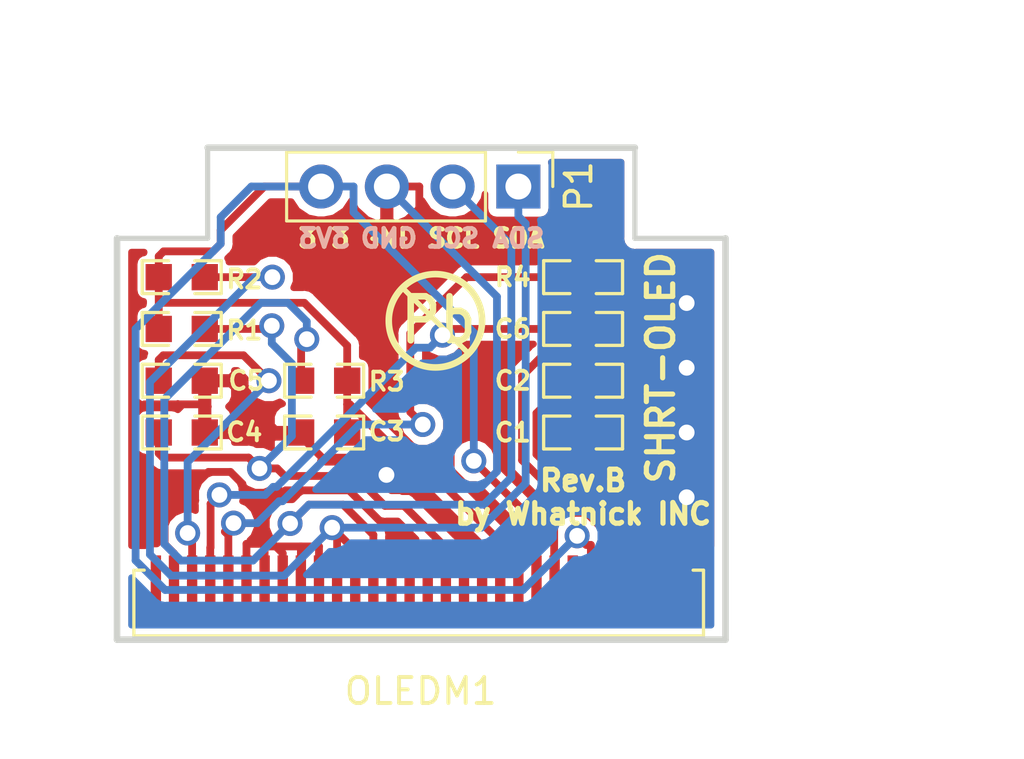
<source format=kicad_pcb>
(kicad_pcb (version 20171130) (host pcbnew "(2018-02-15 revision 29b28de31)-makepkg")

  (general
    (thickness 1.6)
    (drawings 20)
    (tracks 246)
    (zones 0)
    (modules 13)
    (nets 16)
  )

  (page A4)
  (layers
    (0 F.Cu signal)
    (31 B.Cu signal)
    (32 B.Adhes user)
    (33 F.Adhes user)
    (34 B.Paste user)
    (35 F.Paste user)
    (36 B.SilkS user)
    (37 F.SilkS user)
    (38 B.Mask user)
    (39 F.Mask user)
    (40 Dwgs.User user)
    (41 Cmts.User user)
    (42 Eco1.User user)
    (43 Eco2.User user)
    (44 Edge.Cuts user)
    (45 Margin user)
    (46 B.CrtYd user)
    (47 F.CrtYd user)
    (48 B.Fab user)
    (49 F.Fab user)
  )

  (setup
    (last_trace_width 0.3)
    (trace_clearance 0.254)
    (zone_clearance 0.3048)
    (zone_45_only no)
    (trace_min 0.254)
    (segment_width 0.2)
    (edge_width 0.1)
    (via_size 0.9652)
    (via_drill 0.6096)
    (via_min_size 0.889)
    (via_min_drill 0.508)
    (uvia_size 0.508)
    (uvia_drill 0.127)
    (uvias_allowed no)
    (uvia_min_size 0.508)
    (uvia_min_drill 0.127)
    (pcb_text_width 0.3)
    (pcb_text_size 1.5 1.5)
    (mod_edge_width 0.15)
    (mod_text_size 1 1)
    (mod_text_width 0.15)
    (pad_size 1 1)
    (pad_drill 0)
    (pad_to_mask_clearance 0.0508)
    (solder_mask_min_width 0.0508)
    (pad_to_paste_clearance -0.0508)
    (aux_axis_origin 0 0)
    (visible_elements 7FFFFFFF)
    (pcbplotparams
      (layerselection 0x010fc_ffffffff)
      (usegerberextensions true)
      (usegerberattributes false)
      (usegerberadvancedattributes false)
      (creategerberjobfile false)
      (excludeedgelayer false)
      (linewidth 0.100000)
      (plotframeref false)
      (viasonmask false)
      (mode 1)
      (useauxorigin false)
      (hpglpennumber 1)
      (hpglpenspeed 20)
      (hpglpendiameter 15)
      (psnegative false)
      (psa4output false)
      (plotreference true)
      (plotvalue false)
      (plotinvisibletext false)
      (padsonsilk false)
      (subtractmaskfromsilk false)
      (outputformat 1)
      (mirror false)
      (drillshape 0)
      (scaleselection 1)
      (outputdirectory gerbers))
  )

  (net 0 "")
  (net 1 "Net-(C1-Pad1)")
  (net 2 "Net-(C1-Pad2)")
  (net 3 "Net-(C2-Pad1)")
  (net 4 "Net-(C2-Pad2)")
  (net 5 GND)
  (net 6 "Net-(C5-Pad1)")
  (net 7 /SCL)
  (net 8 /SDA)
  (net 9 "Net-(OLEDM1-Pad26)")
  (net 10 "Net-(OLEDM1-Pad30)")
  (net 11 "Net-(OLEDM1-Pad1)")
  (net 12 /VDD)
  (net 13 "Net-(OLEDM1-Pad7)")
  (net 14 "Net-(C4-Pad2)")
  (net 15 "Net-(C6-Pad1)")

  (net_class Default "This is the default net class."
    (clearance 0.254)
    (trace_width 0.3)
    (via_dia 0.9652)
    (via_drill 0.6096)
    (uvia_dia 0.508)
    (uvia_drill 0.127)
    (diff_pair_gap 0.25)
    (diff_pair_width 0.254)
    (add_net /SCL)
    (add_net /SDA)
    (add_net /VDD)
    (add_net GND)
    (add_net "Net-(C1-Pad1)")
    (add_net "Net-(C1-Pad2)")
    (add_net "Net-(C2-Pad1)")
    (add_net "Net-(C2-Pad2)")
    (add_net "Net-(C4-Pad2)")
    (add_net "Net-(C5-Pad1)")
    (add_net "Net-(C6-Pad1)")
    (add_net "Net-(OLEDM1-Pad1)")
    (add_net "Net-(OLEDM1-Pad26)")
    (add_net "Net-(OLEDM1-Pad30)")
    (add_net "Net-(OLEDM1-Pad7)")
  )

  (module Socket_Strips:Socket_Strip_Straight_1x04_Pitch2.54mm (layer F.Cu) (tedit 58CD5446) (tstamp 5AE35670)
    (at 195 129 270)
    (descr "Through hole straight socket strip, 1x04, 2.54mm pitch, single row")
    (tags "Through hole socket strip THT 1x04 2.54mm single row")
    (path /550024DD)
    (fp_text reference P1 (at 0 -2.33 270) (layer F.SilkS)
      (effects (font (size 1 1) (thickness 0.15)))
    )
    (fp_text value n.a. (at 0 9.95 270) (layer F.Fab)
      (effects (font (size 1 1) (thickness 0.15)))
    )
    (fp_text user %R (at 0 -2.33 270) (layer F.Fab)
      (effects (font (size 1 1) (thickness 0.15)))
    )
    (fp_line (start 1.8 -1.8) (end -1.8 -1.8) (layer F.CrtYd) (width 0.05))
    (fp_line (start 1.8 9.4) (end 1.8 -1.8) (layer F.CrtYd) (width 0.05))
    (fp_line (start -1.8 9.4) (end 1.8 9.4) (layer F.CrtYd) (width 0.05))
    (fp_line (start -1.8 -1.8) (end -1.8 9.4) (layer F.CrtYd) (width 0.05))
    (fp_line (start -1.33 -1.33) (end 0 -1.33) (layer F.SilkS) (width 0.12))
    (fp_line (start -1.33 0) (end -1.33 -1.33) (layer F.SilkS) (width 0.12))
    (fp_line (start 1.33 1.27) (end -1.33 1.27) (layer F.SilkS) (width 0.12))
    (fp_line (start 1.33 8.95) (end 1.33 1.27) (layer F.SilkS) (width 0.12))
    (fp_line (start -1.33 8.95) (end 1.33 8.95) (layer F.SilkS) (width 0.12))
    (fp_line (start -1.33 1.27) (end -1.33 8.95) (layer F.SilkS) (width 0.12))
    (fp_line (start 1.27 -1.27) (end -1.27 -1.27) (layer F.Fab) (width 0.1))
    (fp_line (start 1.27 8.89) (end 1.27 -1.27) (layer F.Fab) (width 0.1))
    (fp_line (start -1.27 8.89) (end 1.27 8.89) (layer F.Fab) (width 0.1))
    (fp_line (start -1.27 -1.27) (end -1.27 8.89) (layer F.Fab) (width 0.1))
    (pad 4 thru_hole oval (at 0 7.62 270) (size 1.7 1.7) (drill 1) (layers *.Cu *.Mask)
      (net 12 /VDD))
    (pad 3 thru_hole oval (at 0 5.08 270) (size 1.7 1.7) (drill 1) (layers *.Cu *.Mask)
      (net 5 GND))
    (pad 2 thru_hole oval (at 0 2.54 270) (size 1.7 1.7) (drill 1) (layers *.Cu *.Mask)
      (net 7 /SCL))
    (pad 1 thru_hole rect (at 0 0 270) (size 1.7 1.7) (drill 1) (layers *.Cu *.Mask)
      (net 8 /SDA))
    (model ${KISYS3DMOD}/Connector_PinSocket_2.54mm.3dshapes/PinSocket_1x04_P2.54mm_Vertical.step
      (at (xyz 0 0 0))
      (scale (xyz 1 1 1))
      (rotate (xyz 0 0 0))
    )
  )

  (module olimex:C_0603 (layer F.Cu) (tedit 5AE2879A) (tstamp 5AE30530)
    (at 197.5 134.5)
    (descr "Resistor SMD 0603, reflow soldering, Vishay (see dcrcw.pdf)")
    (tags "resistor 0603")
    (path /5500030A)
    (attr smd)
    (fp_text reference C6 (at -2.71503 0) (layer F.SilkS)
      (effects (font (size 0.7 0.7) (thickness 0.15)))
    )
    (fp_text value 10uF (at 3.78497 0.127385) (layer F.Fab)
      (effects (font (size 1 1) (thickness 0.15)))
    )
    (fp_line (start 0.508 -0.635) (end 1.524 -0.635) (layer F.SilkS) (width 0.127))
    (fp_line (start 1.524 -0.635) (end 1.524 0.635) (layer F.SilkS) (width 0.127))
    (fp_line (start 1.524 0.635) (end 0.508 0.635) (layer F.SilkS) (width 0.127))
    (fp_line (start -1.524 -0.635) (end -1.524 0.635) (layer F.SilkS) (width 0.127))
    (fp_line (start -1.524 0.635) (end -0.508 0.635) (layer F.SilkS) (width 0.127))
    (fp_line (start -1.524 -0.635) (end -0.508 -0.635) (layer F.SilkS) (width 0.127))
    (pad 1 smd rect (at -0.889 0) (size 1.016 1.016) (layers F.Cu F.Paste F.Mask)
      (net 15 "Net-(C6-Pad1)"))
    (pad 2 smd rect (at 0.889 0) (size 1.016 1.016) (layers F.Cu F.Paste F.Mask)
      (net 5 GND))
    (model Resistors_SMD/R_0603.wrl
      (at (xyz 0 0 0))
      (scale (xyz 1 1 1))
      (rotate (xyz 0 0 0))
    )
  )

  (module olimex:C_0603 (layer F.Cu) (tedit 5AE28772) (tstamp 5AE30525)
    (at 182 136.5)
    (descr "Resistor SMD 0603, reflow soldering, Vishay (see dcrcw.pdf)")
    (tags "resistor 0603")
    (path /550002D7)
    (attr smd)
    (fp_text reference C5 (at 2.5 0) (layer F.SilkS)
      (effects (font (size 0.7 0.7) (thickness 0.15)))
    )
    (fp_text value 2.2uF (at -4.5 0) (layer F.Fab)
      (effects (font (size 1 1) (thickness 0.15)))
    )
    (fp_line (start -1.524 -0.635) (end -0.508 -0.635) (layer F.SilkS) (width 0.127))
    (fp_line (start -1.524 0.635) (end -0.508 0.635) (layer F.SilkS) (width 0.127))
    (fp_line (start -1.524 -0.635) (end -1.524 0.635) (layer F.SilkS) (width 0.127))
    (fp_line (start 1.524 0.635) (end 0.508 0.635) (layer F.SilkS) (width 0.127))
    (fp_line (start 1.524 -0.635) (end 1.524 0.635) (layer F.SilkS) (width 0.127))
    (fp_line (start 0.508 -0.635) (end 1.524 -0.635) (layer F.SilkS) (width 0.127))
    (pad 2 smd rect (at 0.889 0) (size 1.016 1.016) (layers F.Cu F.Paste F.Mask)
      (net 5 GND))
    (pad 1 smd rect (at -0.889 0) (size 1.016 1.016) (layers F.Cu F.Paste F.Mask)
      (net 6 "Net-(C5-Pad1)"))
    (model Resistors_SMD/R_0603.wrl
      (at (xyz 0 0 0))
      (scale (xyz 1 1 1))
      (rotate (xyz 0 0 0))
    )
  )

  (module olimex:C_0603 (layer F.Cu) (tedit 5AE2877F) (tstamp 5AE3051A)
    (at 182 138.5 180)
    (descr "Resistor SMD 0603, reflow soldering, Vishay (see dcrcw.pdf)")
    (tags "resistor 0603")
    (path /553734EE)
    (attr smd)
    (fp_text reference C4 (at -2.414968 0.014215 180) (layer F.SilkS)
      (effects (font (size 0.7 0.7) (thickness 0.15)))
    )
    (fp_text value 100nF (at 4.585032 0.1397 180) (layer F.Fab)
      (effects (font (size 1 1) (thickness 0.15)))
    )
    (fp_line (start 0.508 -0.635) (end 1.524 -0.635) (layer F.SilkS) (width 0.127))
    (fp_line (start 1.524 -0.635) (end 1.524 0.635) (layer F.SilkS) (width 0.127))
    (fp_line (start 1.524 0.635) (end 0.508 0.635) (layer F.SilkS) (width 0.127))
    (fp_line (start -1.524 -0.635) (end -1.524 0.635) (layer F.SilkS) (width 0.127))
    (fp_line (start -1.524 0.635) (end -0.508 0.635) (layer F.SilkS) (width 0.127))
    (fp_line (start -1.524 -0.635) (end -0.508 -0.635) (layer F.SilkS) (width 0.127))
    (pad 1 smd rect (at -0.889 0 180) (size 1.016 1.016) (layers F.Cu F.Paste F.Mask)
      (net 5 GND))
    (pad 2 smd rect (at 0.889 0 180) (size 1.016 1.016) (layers F.Cu F.Paste F.Mask)
      (net 14 "Net-(C4-Pad2)"))
    (model Resistors_SMD/R_0603.wrl
      (at (xyz 0 0 0))
      (scale (xyz 1 1 1))
      (rotate (xyz 0 0 0))
    )
  )

  (module olimex:C_0603 (layer F.Cu) (tedit 5AE28784) (tstamp 5AE3050F)
    (at 187.5 138.5 180)
    (descr "Resistor SMD 0603, reflow soldering, Vishay (see dcrcw.pdf)")
    (tags "resistor 0603")
    (path /54FFF96D)
    (attr smd)
    (fp_text reference C3 (at -2.414968 0.038215 180) (layer F.SilkS)
      (effects (font (size 0.7 0.7) (thickness 0.15)))
    )
    (fp_text value 1uF (at 4.085032 0.1397 180) (layer F.Fab)
      (effects (font (size 1 1) (thickness 0.15)))
    )
    (fp_line (start -1.524 -0.635) (end -0.508 -0.635) (layer F.SilkS) (width 0.127))
    (fp_line (start -1.524 0.635) (end -0.508 0.635) (layer F.SilkS) (width 0.127))
    (fp_line (start -1.524 -0.635) (end -1.524 0.635) (layer F.SilkS) (width 0.127))
    (fp_line (start 1.524 0.635) (end 0.508 0.635) (layer F.SilkS) (width 0.127))
    (fp_line (start 1.524 -0.635) (end 1.524 0.635) (layer F.SilkS) (width 0.127))
    (fp_line (start 0.508 -0.635) (end 1.524 -0.635) (layer F.SilkS) (width 0.127))
    (pad 2 smd rect (at 0.889 0 180) (size 1.016 1.016) (layers F.Cu F.Paste F.Mask)
      (net 5 GND))
    (pad 1 smd rect (at -0.889 0 180) (size 1.016 1.016) (layers F.Cu F.Paste F.Mask)
      (net 12 /VDD))
    (model Resistors_SMD/R_0603.wrl
      (at (xyz 0 0 0))
      (scale (xyz 1 1 1))
      (rotate (xyz 0 0 0))
    )
  )

  (module olimex:C_0603 (layer F.Cu) (tedit 5AE2879F) (tstamp 5AE30504)
    (at 197.5 136.5)
    (descr "Resistor SMD 0603, reflow soldering, Vishay (see dcrcw.pdf)")
    (tags "resistor 0603")
    (path /54FFF953)
    (attr smd)
    (fp_text reference C2 (at -2.715031 0) (layer F.SilkS)
      (effects (font (size 0.7 0.7) (thickness 0.15)))
    )
    (fp_text value 1uF (at 3.284969 -0.014215) (layer F.Fab)
      (effects (font (size 1 1) (thickness 0.15)))
    )
    (fp_line (start 0.508 -0.635) (end 1.524 -0.635) (layer F.SilkS) (width 0.127))
    (fp_line (start 1.524 -0.635) (end 1.524 0.635) (layer F.SilkS) (width 0.127))
    (fp_line (start 1.524 0.635) (end 0.508 0.635) (layer F.SilkS) (width 0.127))
    (fp_line (start -1.524 -0.635) (end -1.524 0.635) (layer F.SilkS) (width 0.127))
    (fp_line (start -1.524 0.635) (end -0.508 0.635) (layer F.SilkS) (width 0.127))
    (fp_line (start -1.524 -0.635) (end -0.508 -0.635) (layer F.SilkS) (width 0.127))
    (pad 1 smd rect (at -0.889 0) (size 1.016 1.016) (layers F.Cu F.Paste F.Mask)
      (net 3 "Net-(C2-Pad1)"))
    (pad 2 smd rect (at 0.889 0) (size 1.016 1.016) (layers F.Cu F.Paste F.Mask)
      (net 4 "Net-(C2-Pad2)"))
    (model Resistors_SMD/R_0603.wrl
      (at (xyz 0 0 0))
      (scale (xyz 1 1 1))
      (rotate (xyz 0 0 0))
    )
  )

  (module olimex:C_0603 (layer F.Cu) (tedit 5AE28808) (tstamp 5AE304F9)
    (at 197.5 138.5 180)
    (descr "Resistor SMD 0603, reflow soldering, Vishay (see dcrcw.pdf)")
    (tags "resistor 0603")
    (path /54FFF928)
    (attr smd)
    (fp_text reference C1 (at 2.715031 0 180) (layer F.SilkS)
      (effects (font (size 0.7 0.7) (thickness 0.15)))
    )
    (fp_text value 1uF (at -3.284969 -0.207785 180) (layer F.Fab)
      (effects (font (size 1 1) (thickness 0.15)))
    )
    (fp_line (start -1.524 -0.635) (end -0.508 -0.635) (layer F.SilkS) (width 0.127))
    (fp_line (start -1.524 0.635) (end -0.508 0.635) (layer F.SilkS) (width 0.127))
    (fp_line (start -1.524 -0.635) (end -1.524 0.635) (layer F.SilkS) (width 0.127))
    (fp_line (start 1.524 0.635) (end 0.508 0.635) (layer F.SilkS) (width 0.127))
    (fp_line (start 1.524 -0.635) (end 1.524 0.635) (layer F.SilkS) (width 0.127))
    (fp_line (start 0.508 -0.635) (end 1.524 -0.635) (layer F.SilkS) (width 0.127))
    (pad 2 smd rect (at 0.889 0 180) (size 1.016 1.016) (layers F.Cu F.Paste F.Mask)
      (net 2 "Net-(C1-Pad2)"))
    (pad 1 smd rect (at -0.889 0 180) (size 1.016 1.016) (layers F.Cu F.Paste F.Mask)
      (net 1 "Net-(C1-Pad1)"))
    (model Resistors_SMD/R_0603.wrl
      (at (xyz 0 0 0))
      (scale (xyz 1 1 1))
      (rotate (xyz 0 0 0))
    )
  )

  (module olimex:IROP055-SSD1306Z-PADS-ONLY (layer F.Cu) (tedit 5534BD13) (tstamp 5AE304D3)
    (at 191.15 143.816 180)
    (path /54FFF903)
    (fp_text reference OLEDM1 (at -0.0762 -4.6736 180) (layer F.SilkS)
      (effects (font (size 1 1) (thickness 0.15)))
    )
    (fp_text value IROP055 (at 0 -6.4516 180) (layer F.Fab)
      (effects (font (size 1 1) (thickness 0.15)))
    )
    (fp_line (start -11 0) (end -11 -2.54) (layer F.SilkS) (width 0.127))
    (fp_line (start 11 -2.54) (end 11 0) (layer F.SilkS) (width 0.127))
    (fp_line (start -11 0) (end -10.6 0) (layer F.SilkS) (width 0.127))
    (fp_line (start 10.9 0) (end 10.6 0) (layer F.SilkS) (width 0.127))
    (fp_line (start -10.922 -2.54) (end 10.922 -2.54) (layer F.SilkS) (width 0.127))
    (pad 15 smd rect (at -0.35 -0.7 180) (size 0.4 2.54) (layers F.Cu F.Paste F.Mask)
      (net 5 GND))
    (pad 14 smd rect (at -1.05 -0.7 180) (size 0.4 2.54) (layers F.Cu F.Paste F.Mask)
      (net 14 "Net-(C4-Pad2)"))
    (pad 13 smd rect (at -1.75 -0.7 180) (size 0.4 2.54) (layers F.Cu F.Paste F.Mask)
      (net 5 GND))
    (pad 12 smd rect (at -2.45 -0.7 180) (size 0.4 2.54) (layers F.Cu F.Paste F.Mask)
      (net 5 GND))
    (pad 11 smd rect (at -3.15 -0.7 180) (size 0.4 2.54) (layers F.Cu F.Paste F.Mask)
      (net 12 /VDD))
    (pad 10 smd rect (at -3.85 -0.7 180) (size 0.4 2.54) (layers F.Cu F.Paste F.Mask)
      (net 5 GND))
    (pad 9 smd rect (at -4.55 -0.7 180) (size 0.4 2.54) (layers F.Cu F.Paste F.Mask)
      (net 12 /VDD))
    (pad 8 smd rect (at -5.25 -0.7 180) (size 0.4 2.54) (layers F.Cu F.Paste F.Mask)
      (net 5 GND))
    (pad 7 smd rect (at -5.95 -0.7 180) (size 0.4 2.54) (layers F.Cu F.Paste F.Mask)
      (net 13 "Net-(OLEDM1-Pad7)"))
    (pad 6 smd rect (at -6.65 -0.7 180) (size 0.4 2.54) (layers F.Cu F.Paste F.Mask)
      (net 12 /VDD))
    (pad 5 smd rect (at -7.35 -0.7 180) (size 0.4 2.54) (layers F.Cu F.Paste F.Mask)
      (net 4 "Net-(C2-Pad2)"))
    (pad 4 smd rect (at -8.05 -0.7 180) (size 0.4 2.54) (layers F.Cu F.Paste F.Mask)
      (net 3 "Net-(C2-Pad1)"))
    (pad 3 smd rect (at -8.75 -0.7 180) (size 0.4 2.54) (layers F.Cu F.Paste F.Mask)
      (net 2 "Net-(C1-Pad2)"))
    (pad 2 smd rect (at -9.45 -0.7 180) (size 0.4 2.54) (layers F.Cu F.Paste F.Mask)
      (net 1 "Net-(C1-Pad1)"))
    (pad 1 smd rect (at -10.15 -0.7 180) (size 0.4 2.54) (layers F.Cu F.Paste F.Mask)
      (net 11 "Net-(OLEDM1-Pad1)"))
    (pad 30 smd rect (at 10.15 -0.7 180) (size 0.4 2.54) (layers F.Cu F.Paste F.Mask)
      (net 10 "Net-(OLEDM1-Pad30)"))
    (pad 29 smd rect (at 9.45 -0.7 180) (size 0.4 2.54) (layers F.Cu F.Paste F.Mask)
      (net 5 GND))
    (pad 28 smd rect (at 8.75 -0.7 180) (size 0.4 2.54) (layers F.Cu F.Paste F.Mask)
      (net 6 "Net-(C5-Pad1)"))
    (pad 27 smd rect (at 8.05 -0.7 180) (size 0.4 2.54) (layers F.Cu F.Paste F.Mask)
      (net 15 "Net-(C6-Pad1)"))
    (pad 26 smd rect (at 7.35 -0.7 180) (size 0.4 2.54) (layers F.Cu F.Paste F.Mask)
      (net 9 "Net-(OLEDM1-Pad26)"))
    (pad 25 smd rect (at 6.65 -0.7 180) (size 0.4 2.54) (layers F.Cu F.Paste F.Mask)
      (net 5 GND))
    (pad 24 smd rect (at 5.95 -0.7 180) (size 0.4 2.54) (layers F.Cu F.Paste F.Mask)
      (net 5 GND))
    (pad 23 smd rect (at 5.25 -0.7 180) (size 0.4 2.54) (layers F.Cu F.Paste F.Mask)
      (net 5 GND))
    (pad 22 smd rect (at 4.55 -0.7 180) (size 0.4 2.54) (layers F.Cu F.Paste F.Mask)
      (net 5 GND))
    (pad 21 smd rect (at 3.85 -0.7 180) (size 0.4 2.54) (layers F.Cu F.Paste F.Mask)
      (net 5 GND))
    (pad 20 smd rect (at 3.15 -0.7 180) (size 0.4 2.54) (layers F.Cu F.Paste F.Mask)
      (net 8 /SDA))
    (pad 19 smd rect (at 2.45 -0.7 180) (size 0.4 2.54) (layers F.Cu F.Paste F.Mask)
      (net 8 /SDA))
    (pad 18 smd rect (at 1.75 -0.7 180) (size 0.4 2.54) (layers F.Cu F.Paste F.Mask)
      (net 7 /SCL))
    (pad 17 smd rect (at 1.05 -0.7 180) (size 0.4 2.54) (layers F.Cu F.Paste F.Mask)
      (net 5 GND))
    (pad 16 smd rect (at 0.35 -0.7 180) (size 0.4 2.54) (layers F.Cu F.Paste F.Mask)
      (net 5 GND))
    (model ${KIPRJMOD}/Oled.3Dshapes/oled.step
      (offset (xyz 13.4 7.5 -3))
      (scale (xyz 1 1 1))
      (rotate (xyz 90 180 90))
    )
  )

  (module olimex:R_0603 (layer F.Cu) (tedit 5AE28795) (tstamp 5AE304C8)
    (at 197.5 132.5)
    (descr "Resistor SMD 0603, reflow soldering, Vishay (see dcrcw.pdf)")
    (tags "resistor 0603")
    (path /5500032C)
    (attr smd)
    (fp_text reference R4 (at -2.715032 0) (layer F.SilkS)
      (effects (font (size 0.7 0.7) (thickness 0.15)))
    )
    (fp_text value 330K (at 3.784968 0.0635) (layer F.Fab)
      (effects (font (size 1 1) (thickness 0.15)))
    )
    (fp_line (start 0.508 -0.635) (end 1.524 -0.635) (layer F.SilkS) (width 0.127))
    (fp_line (start 1.524 -0.635) (end 1.524 0.635) (layer F.SilkS) (width 0.127))
    (fp_line (start 1.524 0.635) (end 0.508 0.635) (layer F.SilkS) (width 0.127))
    (fp_line (start -1.524 -0.635) (end -1.524 0.635) (layer F.SilkS) (width 0.127))
    (fp_line (start -1.524 0.635) (end -0.508 0.635) (layer F.SilkS) (width 0.127))
    (fp_line (start -1.524 -0.635) (end -0.508 -0.635) (layer F.SilkS) (width 0.127))
    (pad 1 smd rect (at -0.889 0) (size 1.016 1.016) (layers F.Cu F.Paste F.Mask)
      (net 9 "Net-(OLEDM1-Pad26)"))
    (pad 2 smd rect (at 0.889 0) (size 1.016 1.016) (layers F.Cu F.Paste F.Mask)
      (net 5 GND))
    (model Resistors_SMD/R_0603.wrl
      (at (xyz 0 0 0))
      (scale (xyz 1 1 1))
      (rotate (xyz 0 0 0))
    )
  )

  (module olimex:R_0603 (layer F.Cu) (tedit 5AE28777) (tstamp 5AE304BD)
    (at 187.5 136.5 180)
    (descr "Resistor SMD 0603, reflow soldering, Vishay (see dcrcw.pdf)")
    (tags "resistor 0603")
    (path /5500037B)
    (attr smd)
    (fp_text reference R3 (at -2.414969 -0.033785 180) (layer F.SilkS)
      (effects (font (size 0.7 0.7) (thickness 0.15)))
    )
    (fp_text value 10K (at 3.585031 -0.033785 180) (layer F.Fab)
      (effects (font (size 1 1) (thickness 0.15)))
    )
    (fp_line (start -1.524 -0.635) (end -0.508 -0.635) (layer F.SilkS) (width 0.127))
    (fp_line (start -1.524 0.635) (end -0.508 0.635) (layer F.SilkS) (width 0.127))
    (fp_line (start -1.524 -0.635) (end -1.524 0.635) (layer F.SilkS) (width 0.127))
    (fp_line (start 1.524 0.635) (end 0.508 0.635) (layer F.SilkS) (width 0.127))
    (fp_line (start 1.524 -0.635) (end 1.524 0.635) (layer F.SilkS) (width 0.127))
    (fp_line (start 0.508 -0.635) (end 1.524 -0.635) (layer F.SilkS) (width 0.127))
    (pad 2 smd rect (at 0.889 0 180) (size 1.016 1.016) (layers F.Cu F.Paste F.Mask)
      (net 7 /SCL))
    (pad 1 smd rect (at -0.889 0 180) (size 1.016 1.016) (layers F.Cu F.Paste F.Mask)
      (net 12 /VDD))
    (model Resistors_SMD/R_0603.wrl
      (at (xyz 0 0 0))
      (scale (xyz 1 1 1))
      (rotate (xyz 0 0 0))
    )
  )

  (module olimex:R_0603 (layer F.Cu) (tedit 5AE2878B) (tstamp 5AE304B2)
    (at 182 132.5)
    (descr "Resistor SMD 0603, reflow soldering, Vishay (see dcrcw.pdf)")
    (tags "resistor 0603")
    (path /55000351)
    (attr smd)
    (fp_text reference R2 (at 2.414969 0.081785) (layer F.SilkS)
      (effects (font (size 0.7 0.7) (thickness 0.15)))
    )
    (fp_text value 10K (at -3.585031 0.0635) (layer F.Fab)
      (effects (font (size 1 1) (thickness 0.15)))
    )
    (fp_line (start 0.508 -0.635) (end 1.524 -0.635) (layer F.SilkS) (width 0.127))
    (fp_line (start 1.524 -0.635) (end 1.524 0.635) (layer F.SilkS) (width 0.127))
    (fp_line (start 1.524 0.635) (end 0.508 0.635) (layer F.SilkS) (width 0.127))
    (fp_line (start -1.524 -0.635) (end -1.524 0.635) (layer F.SilkS) (width 0.127))
    (fp_line (start -1.524 0.635) (end -0.508 0.635) (layer F.SilkS) (width 0.127))
    (fp_line (start -1.524 -0.635) (end -0.508 -0.635) (layer F.SilkS) (width 0.127))
    (pad 1 smd rect (at -0.889 0) (size 1.016 1.016) (layers F.Cu F.Paste F.Mask)
      (net 12 /VDD))
    (pad 2 smd rect (at 0.889 0) (size 1.016 1.016) (layers F.Cu F.Paste F.Mask)
      (net 8 /SDA))
    (model Resistors_SMD/R_0603.wrl
      (at (xyz 0 0 0))
      (scale (xyz 1 1 1))
      (rotate (xyz 0 0 0))
    )
  )

  (module olimex:R_0603 (layer F.Cu) (tedit 5AE28790) (tstamp 5AE304A7)
    (at 182 134.5)
    (descr "Resistor SMD 0603, reflow soldering, Vishay (see dcrcw.pdf)")
    (tags "resistor 0603")
    (path /553735FD)
    (attr smd)
    (fp_text reference R1 (at 2.414968 0.057785) (layer F.SilkS)
      (effects (font (size 0.7 0.7) (thickness 0.15)))
    )
    (fp_text value 10K (at -3.585032 0.0635) (layer F.Fab)
      (effects (font (size 1 1) (thickness 0.15)))
    )
    (fp_line (start -1.524 -0.635) (end -0.508 -0.635) (layer F.SilkS) (width 0.127))
    (fp_line (start -1.524 0.635) (end -0.508 0.635) (layer F.SilkS) (width 0.127))
    (fp_line (start -1.524 -0.635) (end -1.524 0.635) (layer F.SilkS) (width 0.127))
    (fp_line (start 1.524 0.635) (end 0.508 0.635) (layer F.SilkS) (width 0.127))
    (fp_line (start 1.524 -0.635) (end 1.524 0.635) (layer F.SilkS) (width 0.127))
    (fp_line (start 0.508 -0.635) (end 1.524 -0.635) (layer F.SilkS) (width 0.127))
    (pad 2 smd rect (at 0.889 0) (size 1.016 1.016) (layers F.Cu F.Paste F.Mask)
      (net 14 "Net-(C4-Pad2)"))
    (pad 1 smd rect (at -0.889 0) (size 1.016 1.016) (layers F.Cu F.Paste F.Mask)
      (net 12 /VDD))
    (model Resistors_SMD/R_0603.wrl
      (at (xyz 0 0 0))
      (scale (xyz 1 1 1))
      (rotate (xyz 0 0 0))
    )
  )

  (module OLIMEX_LOGOs-FP:LOGO_PBFREE locked (layer F.Cu) (tedit 5BC6949E) (tstamp 5AE35239)
    (at 192 134.5)
    (fp_text reference REF** (at 0.5 -7) (layer F.Fab)
      (effects (font (size 1 1) (thickness 0.15)))
    )
    (fp_text value LOGO_PBFREE (at 0.05588 3.15214) (layer F.Fab)
      (effects (font (size 1 1) (thickness 0.15)))
    )
    (fp_text user Pb (at -0.08636 -0.33528) (layer F.SilkS)
      (effects (font (size 1.7 1.5) (thickness 0.254)))
    )
    (fp_line (start -1.36398 -1.47828) (end 1.06934 0.94234) (layer F.SilkS) (width 0.2))
    (fp_circle (center -0.2032 -0.31496) (end 0.90678 -1.73482) (layer F.SilkS) (width 0.254))
  )

  (gr_text SDA (at 195 131) (layer B.SilkS) (tstamp 5BC69480)
    (effects (font (size 0.7 0.7) (thickness 0.175)) (justify mirror))
  )
  (gr_text SCL (at 192.5 131) (layer B.SilkS) (tstamp 5BC69479)
    (effects (font (size 0.7 0.7) (thickness 0.175)) (justify mirror))
  )
  (gr_text GND (at 190 131) (layer B.SilkS) (tstamp 5BC69474)
    (effects (font (size 0.7 0.7) (thickness 0.175)) (justify mirror))
  )
  (gr_text 3V3 (at 187.5 131) (layer B.SilkS) (tstamp 5BC6945B)
    (effects (font (size 0.7 0.7) (thickness 0.175)) (justify mirror))
  )
  (gr_text SDA (at 195 131) (layer F.SilkS) (tstamp 5BC69431)
    (effects (font (size 0.7 0.7) (thickness 0.175)))
  )
  (gr_text SCL (at 192.5 131) (layer F.SilkS) (tstamp 5BC6942E)
    (effects (font (size 0.7 0.7) (thickness 0.175)))
  )
  (gr_text GND (at 190 131) (layer F.SilkS) (tstamp 5BC6941F)
    (effects (font (size 0.7 0.7) (thickness 0.175)))
  )
  (gr_text 3V3 (at 187.5 131) (layer F.SilkS)
    (effects (font (size 0.7 0.7) (thickness 0.175)))
  )
  (gr_line (start 199.5 131) (end 203 131) (layer Edge.Cuts) (width 0.2))
  (gr_line (start 199.5 127.5) (end 199.5 131) (layer Edge.Cuts) (width 0.2))
  (gr_line (start 183 131) (end 183 127.5) (layer Edge.Cuts) (width 0.2))
  (gr_line (start 179.5 131) (end 183 131) (layer Edge.Cuts) (width 0.2))
  (dimension 19 (width 0.3) (layer Dwgs.User)
    (gr_text "19.000 mm" (at 211.85 137 270) (layer Dwgs.User)
      (effects (font (size 1.5 1.5) (thickness 0.3)))
    )
    (feature1 (pts (xy 203 146.5) (xy 213.2 146.5)))
    (feature2 (pts (xy 203 127.5) (xy 213.2 127.5)))
    (crossbar (pts (xy 210.5 127.5) (xy 210.5 146.5)))
    (arrow1a (pts (xy 210.5 146.5) (xy 209.913579 145.373496)))
    (arrow1b (pts (xy 210.5 146.5) (xy 211.086421 145.373496)))
    (arrow2a (pts (xy 210.5 127.5) (xy 209.913579 128.626504)))
    (arrow2b (pts (xy 210.5 127.5) (xy 211.086421 128.626504)))
  )
  (dimension 23.5 (width 0.3) (layer Dwgs.User)
    (gr_text "23.500 mm" (at 191.25 123.65) (layer Dwgs.User)
      (effects (font (size 1.5 1.5) (thickness 0.3)))
    )
    (feature1 (pts (xy 203 127.5) (xy 203 122.3)))
    (feature2 (pts (xy 179.5 127.5) (xy 179.5 122.3)))
    (crossbar (pts (xy 179.5 125) (xy 203 125)))
    (arrow1a (pts (xy 203 125) (xy 201.873496 125.586421)))
    (arrow1b (pts (xy 203 125) (xy 201.873496 124.413579)))
    (arrow2a (pts (xy 179.5 125) (xy 180.626504 125.586421)))
    (arrow2b (pts (xy 179.5 125) (xy 180.626504 124.413579)))
  )
  (gr_text "Rev.B\nby Whatnick INC" (at 197.5 141) (layer F.SilkS)
    (effects (font (size 0.8 0.8) (thickness 0.2)))
  )
  (gr_text SHRT-OLED (at 200.5 136 90) (layer F.SilkS)
    (effects (font (size 1.016 1.016) (thickness 0.2)))
  )
  (gr_line (start 179.5 131) (end 179.5 146.5) (angle 90) (layer Edge.Cuts) (width 0.254) (tstamp 55002B41))
  (gr_line (start 203 131) (end 203 146.5) (angle 90) (layer Edge.Cuts) (width 0.254) (tstamp 55002B42))
  (gr_line (start 183 127.5) (end 199.5 127.5) (angle 90) (layer Edge.Cuts) (width 0.254) (tstamp 55002B43))
  (gr_line (start 179.5 146.5) (end 203 146.5) (angle 90) (layer Edge.Cuts) (width 0.254) (tstamp 55002B44))

  (segment (start 193.6 142.8) (end 193.6 144.516) (width 0.3) (layer F.Cu) (net 5) (status 20))
  (segment (start 192.9 142.8) (end 192.9 142.513609) (width 0.3) (layer F.Cu) (net 5))
  (segment (start 192.9 144.516) (end 192.9 142.8) (width 0.3) (layer F.Cu) (net 5) (status 10))
  (segment (start 192.9 142.8) (end 193.6 142.8) (width 0.3) (layer F.Cu) (net 5))
  (segment (start 192.9 142.513609) (end 191.149393 140.763002) (width 0.3) (layer F.Cu) (net 5))
  (segment (start 191.149393 140.763002) (end 190.53084 140.763002) (width 0.3) (layer F.Cu) (net 5))
  (segment (start 190.53084 140.763002) (end 189.905556 140.137718) (width 0.3) (layer F.Cu) (net 5))
  (segment (start 191.5 143.2) (end 191.246 142.946) (width 0.3) (layer F.Cu) (net 5))
  (segment (start 191.246 142.946) (end 190.3 142.946) (width 0.3) (layer F.Cu) (net 5))
  (segment (start 191.5 144.516) (end 191.5 143.2) (width 0.3) (layer F.Cu) (net 5) (status 10))
  (segment (start 190.1 144.516) (end 190.1 143.146) (width 0.3) (layer F.Cu) (net 5) (status 10))
  (segment (start 190.1 143.146) (end 190.3 142.946) (width 0.3) (layer F.Cu) (net 5))
  (segment (start 186.6 142.9) (end 185.634345 142.9) (width 0.3) (layer F.Cu) (net 5))
  (segment (start 187.3 142.9) (end 187.3 144.516) (width 0.3) (layer F.Cu) (net 5) (status 20))
  (segment (start 189.92 129) (end 194.1736 133.2536) (width 0.3) (layer B.Cu) (net 5) (status 10))
  (segment (start 194.1736 133.2536) (end 194.1736 140.0029) (width 0.3) (layer B.Cu) (net 5))
  (segment (start 193.556183 140.620317) (end 190.388155 140.620317) (width 0.3) (layer B.Cu) (net 5))
  (segment (start 194.1736 140.0029) (end 193.556183 140.620317) (width 0.3) (layer B.Cu) (net 5))
  (segment (start 186.611 138.6625) (end 187.57366 139.62516) (width 0.3) (layer F.Cu) (net 5) (status 10))
  (segment (start 189.392998 139.62516) (end 189.905556 140.137718) (width 0.3) (layer F.Cu) (net 5))
  (segment (start 191.677598 139.386602) (end 191.250101 139.386602) (width 0.3) (layer F.Cu) (net 5))
  (segment (start 190.113398 132.647502) (end 191.1743 131.5866) (width 0.3) (layer F.Cu) (net 5))
  (segment (start 191.250101 139.386602) (end 190.113398 138.249899) (width 0.3) (layer F.Cu) (net 5))
  (via (at 189.905556 140.137718) (size 0.9652) (drill 0.6096) (layers F.Cu B.Cu) (net 5))
  (segment (start 192.3859 138.6783) (end 191.677598 139.386602) (width 0.3) (layer F.Cu) (net 5))
  (segment (start 190.388155 140.620317) (end 189.905556 140.137718) (width 0.3) (layer B.Cu) (net 5))
  (segment (start 186.014118 140.733182) (end 185.2 141.5473) (width 0.3) (layer F.Cu) (net 5))
  (segment (start 188.463675 140.733182) (end 186.014118 140.733182) (width 0.3) (layer F.Cu) (net 5))
  (segment (start 190.3 142.569507) (end 188.463675 140.733182) (width 0.3) (layer F.Cu) (net 5))
  (segment (start 190.3 142.946) (end 190.3 142.569507) (width 0.3) (layer F.Cu) (net 5))
  (segment (start 190.8 143.446) (end 190.3 142.946) (width 0.3) (layer F.Cu) (net 5) (status 10))
  (segment (start 190.8 144.516) (end 190.8 143.446) (width 0.3) (layer F.Cu) (net 5) (status 30))
  (segment (start 187.57366 139.62516) (end 189.392998 139.62516) (width 0.3) (layer F.Cu) (net 5))
  (segment (start 190.113398 138.249899) (end 190.113398 132.647502) (width 0.3) (layer F.Cu) (net 5))
  (segment (start 186.6 142.9) (end 187.3 142.9) (width 0.3) (layer F.Cu) (net 5))
  (segment (start 186.6 144.516) (end 186.6 142.9) (width 0.3) (layer F.Cu) (net 5) (status 10))
  (segment (start 185.634345 142.9) (end 185.9 143.165655) (width 0.3) (layer F.Cu) (net 5))
  (segment (start 185.9 143.165655) (end 185.9 144.516) (width 0.3) (layer F.Cu) (net 5) (status 20))
  (segment (start 185.254 142.8) (end 185.354 142.9) (width 0.3) (layer F.Cu) (net 5))
  (segment (start 185.2 142.8) (end 185.254 142.8) (width 0.3) (layer F.Cu) (net 5))
  (segment (start 185.354 142.9) (end 185.634345 142.9) (width 0.3) (layer F.Cu) (net 5))
  (segment (start 185.2 142.8) (end 185.2 141.5473) (width 0.3) (layer F.Cu) (net 5))
  (segment (start 185.2 144.516) (end 185.2 142.8) (width 0.3) (layer F.Cu) (net 5) (status 10))
  (segment (start 184.5 142.8) (end 185.2 142.8) (width 0.3) (layer F.Cu) (net 5))
  (segment (start 184.5 144.516) (end 184.5 142.8) (width 0.3) (layer F.Cu) (net 5) (status 10))
  (segment (start 201.5 138.5) (end 201.5 141) (width 0.3) (layer F.Cu) (net 5))
  (segment (start 201.5 136) (end 201.5 138.5) (width 0.3) (layer F.Cu) (net 5))
  (segment (start 201.5 133.5) (end 201.5 136) (width 0.3) (layer F.Cu) (net 5))
  (segment (start 198.389 132.5) (end 200.5 132.5) (width 0.3) (layer F.Cu) (net 5) (status 10))
  (segment (start 200.5 132.5) (end 201.5 133.5) (width 0.3) (layer F.Cu) (net 5))
  (via (at 201.5 141) (size 0.9652) (drill 0.6096) (layers F.Cu B.Cu) (net 5))
  (via (at 201.5 138.5) (size 0.9652) (drill 0.6096) (layers F.Cu B.Cu) (net 5))
  (via (at 201.5 136) (size 0.9652) (drill 0.6096) (layers F.Cu B.Cu) (net 5))
  (via (at 201.5 133.5) (size 0.9652) (drill 0.6096) (layers F.Cu B.Cu) (net 5))
  (segment (start 200.6 141.6233) (end 198.389 139.4123) (width 0.3) (layer F.Cu) (net 1))
  (segment (start 200.6 144.516) (end 200.6 141.6233) (width 0.3) (layer F.Cu) (net 1) (status 10))
  (segment (start 198.389 138.5) (end 198.389 139.4123) (width 0.3) (layer F.Cu) (net 1) (status 10))
  (segment (start 196.611 138.5) (end 196.611 139.4123) (width 0.3) (layer F.Cu) (net 2) (status 10))
  (segment (start 197.0142 139.4123) (end 196.611 139.4123) (width 0.3) (layer F.Cu) (net 2))
  (segment (start 199.9 142.2981) (end 197.0142 139.4123) (width 0.3) (layer F.Cu) (net 2))
  (segment (start 199.9 144.516) (end 199.9 142.2981) (width 0.3) (layer F.Cu) (net 2) (status 10))
  (segment (start 199.2 144.516) (end 199.2 142.3819) (width 0.3) (layer F.Cu) (net 3) (status 10))
  (segment (start 196.611 136.5) (end 196.611 137.4123) (width 0.3) (layer F.Cu) (net 3) (status 10))
  (segment (start 196.0408 137.4123) (end 196.611 137.4123) (width 0.3) (layer F.Cu) (net 3))
  (segment (start 195.6987 137.7544) (end 196.0408 137.4123) (width 0.3) (layer F.Cu) (net 3))
  (segment (start 195.6987 139.3404) (end 195.6987 137.7544) (width 0.3) (layer F.Cu) (net 3))
  (segment (start 197.407 141.0487) (end 195.6987 139.3404) (width 0.3) (layer F.Cu) (net 3))
  (segment (start 197.8668 141.0487) (end 197.407 141.0487) (width 0.3) (layer F.Cu) (net 3))
  (segment (start 199.2 142.3819) (end 197.8668 141.0487) (width 0.3) (layer F.Cu) (net 3))
  (segment (start 197.4766 135.5876) (end 198.389 136.5) (width 0.3) (layer F.Cu) (net 4) (status 20))
  (segment (start 195.8772 135.5876) (end 197.4766 135.5876) (width 0.3) (layer F.Cu) (net 4))
  (segment (start 195.1424 136.3224) (end 195.8772 135.5876) (width 0.3) (layer F.Cu) (net 4))
  (segment (start 195.1424 139.5682) (end 195.1424 136.3224) (width 0.3) (layer F.Cu) (net 4))
  (segment (start 197.1772 141.603) (end 195.1424 139.5682) (width 0.3) (layer F.Cu) (net 4))
  (segment (start 197.6373 141.603) (end 197.1772 141.603) (width 0.3) (layer F.Cu) (net 4))
  (segment (start 198.5 142.4657) (end 197.6373 141.603) (width 0.3) (layer F.Cu) (net 4))
  (segment (start 198.5 144.516) (end 198.5 142.4657) (width 0.3) (layer F.Cu) (net 4) (status 10))
  (segment (start 183.880321 140.022902) (end 183.029183 140.022902) (width 0.3) (layer F.Cu) (net 5))
  (segment (start 185.2 141.5473) (end 184.341353 140.688653) (width 0.3) (layer F.Cu) (net 5))
  (segment (start 184.341353 140.688653) (end 184.341353 140.483934) (width 0.3) (layer F.Cu) (net 5))
  (segment (start 184.341353 140.483934) (end 183.880321 140.022902) (width 0.3) (layer F.Cu) (net 5))
  (segment (start 181.340187 141.932113) (end 181.340187 142.807883) (width 0.3) (layer F.Cu) (net 5))
  (segment (start 183.029183 140.022902) (end 181.8458 141.206285) (width 0.3) (layer F.Cu) (net 5))
  (segment (start 181.8458 141.206285) (end 181.8458 141.4265) (width 0.3) (layer F.Cu) (net 5))
  (segment (start 181.340187 142.807883) (end 181.7 143.167696) (width 0.3) (layer F.Cu) (net 5))
  (segment (start 181.8458 141.4265) (end 181.340187 141.932113) (width 0.3) (layer F.Cu) (net 5))
  (segment (start 181.7 143.167696) (end 181.7 144.516) (width 0.3) (layer F.Cu) (net 5) (status 20))
  (segment (start 186.611 138.5) (end 186.611 138.6625) (width 0.3) (layer F.Cu) (net 5) (status 30))
  (segment (start 183.9638 138.6625) (end 183.8013 138.5) (width 0.3) (layer F.Cu) (net 5))
  (segment (start 186.611 138.6625) (end 183.9638 138.6625) (width 0.3) (layer F.Cu) (net 5) (status 10))
  (segment (start 198.389 134.5) (end 198.389 132.5) (width 0.3) (layer F.Cu) (net 5) (status 30))
  (segment (start 189.92 129) (end 191.1743 129) (width 0.3) (layer F.Cu) (net 5) (status 10))
  (segment (start 182.889 136.5) (end 182.889 137.4123) (width 0.3) (layer F.Cu) (net 5) (status 10))
  (segment (start 182.889 138.5) (end 182.889 137.4123) (width 0.3) (layer F.Cu) (net 5) (status 10))
  (segment (start 182.889 138.5) (end 183.8013 138.5) (width 0.3) (layer F.Cu) (net 5) (status 10))
  (segment (start 180.5673 137.4123) (end 182.889 137.4123) (width 0.3) (layer F.Cu) (net 5))
  (segment (start 180.1986 137.781) (end 180.5673 137.4123) (width 0.3) (layer F.Cu) (net 5))
  (segment (start 180.1986 139.7793) (end 180.1986 137.781) (width 0.3) (layer F.Cu) (net 5))
  (segment (start 181.8458 141.4265) (end 180.1986 139.7793) (width 0.3) (layer F.Cu) (net 5))
  (segment (start 195 144.516) (end 195 142.5715) (width 0.3) (layer F.Cu) (net 5) (status 10))
  (segment (start 197.4756 131.5866) (end 198.389 132.5) (width 0.3) (layer F.Cu) (net 5) (status 20))
  (segment (start 191.1743 131.5866) (end 197.4756 131.5866) (width 0.3) (layer F.Cu) (net 5))
  (segment (start 191.1743 129) (end 191.1743 131.5866) (width 0.3) (layer F.Cu) (net 5))
  (segment (start 192.3859 139.9574) (end 192.3859 138.6783) (width 0.3) (layer F.Cu) (net 5))
  (segment (start 195 142.5715) (end 192.3859 139.9574) (width 0.3) (layer F.Cu) (net 5))
  (segment (start 196.3831 144.4991) (end 196.4 144.516) (width 0.3) (layer F.Cu) (net 5) (status 30))
  (segment (start 196.3831 141.7577) (end 196.3831 144.4991) (width 0.3) (layer F.Cu) (net 5) (status 20))
  (segment (start 194.3125 139.6871) (end 196.3831 141.7577) (width 0.3) (layer F.Cu) (net 5))
  (segment (start 194.3125 139.3128) (end 194.3125 139.6871) (width 0.3) (layer F.Cu) (net 5))
  (segment (start 193.678 138.6783) (end 194.3125 139.3128) (width 0.3) (layer F.Cu) (net 5))
  (segment (start 192.3859 138.6783) (end 193.678 138.6783) (width 0.3) (layer F.Cu) (net 5))
  (segment (start 182.226789 139.639591) (end 185.36638 136.5) (width 0.3) (layer B.Cu) (net 6))
  (segment (start 181.285599 135.517401) (end 184.383781 135.517401) (width 0.3) (layer F.Cu) (net 6))
  (segment (start 184.383781 135.517401) (end 185.36638 136.5) (width 0.3) (layer F.Cu) (net 6))
  (via (at 185.36638 136.5) (size 0.9652) (drill 0.6096) (layers F.Cu B.Cu) (net 6))
  (segment (start 181.111 136.5) (end 181.111 135.692) (width 0.3) (layer F.Cu) (net 6) (status 10))
  (segment (start 182.226789 142.382313) (end 182.226789 139.639591) (width 0.3) (layer B.Cu) (net 6))
  (segment (start 181.111 135.692) (end 181.285599 135.517401) (width 0.3) (layer F.Cu) (net 6))
  (segment (start 182.4 144.516) (end 182.4 142.555524) (width 0.3) (layer F.Cu) (net 6) (status 10))
  (segment (start 182.4 142.555524) (end 182.226789 142.382313) (width 0.3) (layer F.Cu) (net 6))
  (via (at 182.226789 142.382313) (size 0.9652) (drill 0.6096) (layers F.Cu B.Cu) (net 6))
  (segment (start 188.234197 141.287193) (end 186.910079 141.287193) (width 0.3) (layer F.Cu) (net 7))
  (segment (start 184.752768 143.444504) (end 186.183882 142.01339) (width 0.3) (layer B.Cu) (net 7))
  (segment (start 186.910079 141.287193) (end 186.183882 142.01339) (width 0.3) (layer F.Cu) (net 7))
  (segment (start 186.828047 134.895632) (end 186.828047 134.213133) (width 0.3) (layer B.Cu) (net 7))
  (segment (start 186.91008 141.287192) (end 186.183882 142.01339) (width 0.3) (layer B.Cu) (net 7))
  (segment (start 181.3261 137.217201) (end 181.3261 142.802247) (width 0.3) (layer B.Cu) (net 7))
  (segment (start 192.46 129) (end 194.7279 131.2679) (width 0.3) (layer B.Cu) (net 7) (status 10))
  (segment (start 186.828047 134.213133) (end 186.106432 133.491518) (width 0.3) (layer B.Cu) (net 7))
  (segment (start 186.106432 133.491518) (end 185.051783 133.491518) (width 0.3) (layer B.Cu) (net 7))
  (segment (start 194.7279 140.2324) (end 193.673108 141.287192) (width 0.3) (layer B.Cu) (net 7))
  (segment (start 181.968357 143.444504) (end 184.752768 143.444504) (width 0.3) (layer B.Cu) (net 7))
  (segment (start 181.3261 142.802247) (end 181.968357 143.444504) (width 0.3) (layer B.Cu) (net 7))
  (segment (start 193.673108 141.287192) (end 186.91008 141.287192) (width 0.3) (layer B.Cu) (net 7))
  (segment (start 194.7279 131.2679) (end 194.7279 140.2324) (width 0.3) (layer B.Cu) (net 7))
  (segment (start 189.4 142.452996) (end 188.234197 141.287193) (width 0.3) (layer F.Cu) (net 7))
  (segment (start 189.4 144.516) (end 189.4 142.452996) (width 0.3) (layer F.Cu) (net 7) (status 10))
  (via (at 186.183882 142.01339) (size 0.9652) (drill 0.6096) (layers F.Cu B.Cu) (net 7))
  (segment (start 185.051783 133.491518) (end 181.3261 137.217201) (width 0.3) (layer B.Cu) (net 7))
  (segment (start 186.611 135.112679) (end 186.828047 134.895632) (width 0.3) (layer F.Cu) (net 7))
  (segment (start 186.611 136.5) (end 186.611 135.112679) (width 0.3) (layer F.Cu) (net 7) (status 10))
  (via (at 186.828047 134.895632) (size 0.9652) (drill 0.6096) (layers F.Cu B.Cu) (net 7))
  (segment (start 188.7 144.516) (end 188.7 143.065166) (width 0.3) (layer F.Cu) (net 8) (status 10))
  (segment (start 188.7 143.065166) (end 187.808628 142.173794) (width 0.3) (layer F.Cu) (net 8))
  (segment (start 188 144.516) (end 188 142.365166) (width 0.3) (layer F.Cu) (net 8) (status 10))
  (segment (start 188 142.365166) (end 187.808628 142.173794) (width 0.3) (layer F.Cu) (net 8))
  (via (at 187.808628 142.173794) (size 0.9652) (drill 0.6096) (layers F.Cu B.Cu) (net 8))
  (segment (start 193.570306 142.173794) (end 187.808628 142.173794) (width 0.3) (layer B.Cu) (net 8))
  (segment (start 195.2822 140.4619) (end 193.570306 142.173794) (width 0.3) (layer B.Cu) (net 8))
  (segment (start 195.2822 130.4322) (end 195.2822 140.4619) (width 0.3) (layer B.Cu) (net 8))
  (segment (start 195 130.15) (end 195.2822 130.4322) (width 0.3) (layer B.Cu) (net 8))
  (segment (start 195 129) (end 195 130.15) (width 0.3) (layer B.Cu) (net 8) (status 10))
  (segment (start 185.955857 144.026565) (end 187.808628 142.173794) (width 0.3) (layer B.Cu) (net 8))
  (segment (start 181.586369 144.026565) (end 185.955857 144.026565) (width 0.3) (layer B.Cu) (net 8))
  (segment (start 180.7718 143.211996) (end 181.586369 144.026565) (width 0.3) (layer B.Cu) (net 8))
  (segment (start 180.7718 136.545695) (end 180.7718 143.211996) (width 0.3) (layer B.Cu) (net 8))
  (segment (start 185.499994 132.5) (end 184.817495 132.5) (width 0.3) (layer B.Cu) (net 8))
  (segment (start 184.817495 132.5) (end 180.7718 136.545695) (width 0.3) (layer B.Cu) (net 8))
  (via (at 185.499994 132.5) (size 0.9652) (drill 0.6096) (layers F.Cu B.Cu) (net 8))
  (segment (start 182.889 132.5) (end 185.499994 132.5) (width 0.3) (layer F.Cu) (net 8) (status 10))
  (segment (start 185.8944 141.152888) (end 188.85597 138.191318) (width 0.3) (layer B.Cu) (net 9))
  (segment (start 188.85597 138.191318) (end 191.308674 138.191318) (width 0.3) (layer B.Cu) (net 9))
  (segment (start 185.760885 141.152888) (end 185.8944 141.152888) (width 0.3) (layer B.Cu) (net 9))
  (segment (start 184 142) (end 184.913773 142) (width 0.3) (layer B.Cu) (net 9))
  (segment (start 184.913773 142) (end 185.760885 141.152888) (width 0.3) (layer B.Cu) (net 9))
  (segment (start 196.611 132.5) (end 192.99643 132.5) (width 0.3) (layer F.Cu) (net 9) (status 10))
  (segment (start 190.826075 137.708719) (end 191.308674 138.191318) (width 0.3) (layer F.Cu) (net 9))
  (via (at 191.308674 138.191318) (size 0.9652) (drill 0.6096) (layers F.Cu B.Cu) (net 9))
  (segment (start 190.826075 134.670355) (end 190.826075 137.708719) (width 0.3) (layer F.Cu) (net 9))
  (segment (start 192.99643 132.5) (end 190.826075 134.670355) (width 0.3) (layer F.Cu) (net 9))
  (segment (start 183.667409 142.332591) (end 183.8 142.465182) (width 0.3) (layer F.Cu) (net 9))
  (segment (start 183.8 142.465182) (end 183.8 144.516) (width 0.3) (layer F.Cu) (net 9) (status 20))
  (segment (start 184 142) (end 183.667409 142.332591) (width 0.3) (layer F.Cu) (net 9))
  (via (at 184 142) (size 0.9652) (drill 0.6096) (layers F.Cu B.Cu) (net 9))
  (segment (start 194.3 144.516) (end 194.3 142.716511) (width 0.3) (layer F.Cu) (net 12) (status 10))
  (segment (start 194.3 142.716511) (end 191.524102 139.940613) (width 0.3) (layer F.Cu) (net 12))
  (segment (start 191.524102 139.940613) (end 191.020623 139.940613) (width 0.3) (layer F.Cu) (net 12))
  (segment (start 191.020623 139.940613) (end 188.49231 137.4123) (width 0.3) (layer F.Cu) (net 12))
  (segment (start 188.49231 137.4123) (end 188.389 137.4123) (width 0.3) (layer F.Cu) (net 12))
  (segment (start 188.389 135.144415) (end 186.736104 133.491519) (width 0.3) (layer F.Cu) (net 12))
  (segment (start 181.181981 133.491519) (end 181.111 133.5625) (width 0.3) (layer F.Cu) (net 12))
  (segment (start 188.389 136.5) (end 188.389 135.144415) (width 0.3) (layer F.Cu) (net 12) (status 10))
  (segment (start 186.736104 133.491519) (end 181.181981 133.491519) (width 0.3) (layer F.Cu) (net 12))
  (segment (start 195.179324 144.580576) (end 181.356891 144.580576) (width 0.3) (layer B.Cu) (net 12))
  (segment (start 181.111 131.692) (end 181.29899 131.50401) (width 0.3) (layer F.Cu) (net 12))
  (segment (start 197.27 142.4899) (end 195.179324 144.580576) (width 0.3) (layer B.Cu) (net 12))
  (segment (start 183.208767 131.50401) (end 183.50401 131.208767) (width 0.3) (layer F.Cu) (net 12))
  (segment (start 184.687824 129) (end 187.38 129) (width 0.3) (layer B.Cu) (net 12) (status 20))
  (segment (start 181.111 132.5) (end 181.111 131.692) (width 0.3) (layer F.Cu) (net 12) (status 10))
  (segment (start 185.187815 129) (end 187.38 129) (width 0.3) (layer F.Cu) (net 12) (status 20))
  (segment (start 183.50401 131.208767) (end 183.50401 130.683805) (width 0.3) (layer F.Cu) (net 12))
  (segment (start 183.50401 131.208767) (end 183.50401 130.183814) (width 0.3) (layer B.Cu) (net 12))
  (segment (start 181.356891 144.580576) (end 180.2174 143.441085) (width 0.3) (layer B.Cu) (net 12))
  (segment (start 180.2174 134.495377) (end 183.50401 131.208767) (width 0.3) (layer B.Cu) (net 12))
  (segment (start 183.50401 130.683805) (end 185.187815 129) (width 0.3) (layer F.Cu) (net 12))
  (segment (start 181.29899 131.50401) (end 183.208767 131.50401) (width 0.3) (layer F.Cu) (net 12))
  (segment (start 180.2174 143.441085) (end 180.2174 134.495377) (width 0.3) (layer B.Cu) (net 12))
  (segment (start 183.50401 130.183814) (end 184.687824 129) (width 0.3) (layer B.Cu) (net 12))
  (via (at 193.2787 139.5962) (size 0.9652) (layers F.Cu B.Cu) (net 12))
  (via (at 197.27 142.4899) (size 0.9652) (layers F.Cu B.Cu) (net 12))
  (segment (start 181.111 134.5) (end 181.111 133.5625) (width 0.3) (layer F.Cu) (net 12) (status 10))
  (segment (start 181.111 133.5625) (end 181.111 132.5) (width 0.3) (layer F.Cu) (net 12) (status 20))
  (segment (start 188.389 136.5) (end 188.389 137.4123) (width 0.3) (layer F.Cu) (net 12) (status 10))
  (segment (start 188.389 138.5) (end 188.389 137.4123) (width 0.3) (layer F.Cu) (net 12) (status 10))
  (segment (start 195.7 144.516) (end 195.7 142.0175) (width 0.3) (layer F.Cu) (net 12) (status 10))
  (segment (start 187.38 129) (end 188.6343 129) (width 0.3) (layer B.Cu) (net 12) (status 10))
  (segment (start 193.2787 134.6396) (end 193.2787 139.5962) (width 0.3) (layer B.Cu) (net 12))
  (segment (start 188.6343 129.9952) (end 193.2787 134.6396) (width 0.3) (layer B.Cu) (net 12))
  (segment (start 188.6343 129) (end 188.6343 129.9952) (width 0.3) (layer B.Cu) (net 12))
  (segment (start 193.2787 139.5962) (end 195.7 142.0175) (width 0.3) (layer F.Cu) (net 12))
  (segment (start 197.6218 142.8417) (end 197.27 142.4899) (width 0.3) (layer F.Cu) (net 12))
  (segment (start 197.8 142.8417) (end 197.6218 142.8417) (width 0.3) (layer F.Cu) (net 12))
  (segment (start 197.8 144.516) (end 197.8 142.8417) (width 0.3) (layer F.Cu) (net 12) (status 10))
  (segment (start 190.587002 141.333002) (end 189.846984 141.333002) (width 0.3) (layer F.Cu) (net 14))
  (segment (start 184.584181 139.468891) (end 185.002554 139.887264) (width 0.3) (layer F.Cu) (net 14))
  (segment (start 186.252989 135.836255) (end 186.252989 138.636829) (width 0.3) (layer B.Cu) (net 14))
  (via (at 185.002554 139.887264) (size 0.9652) (drill 0.6096) (layers F.Cu B.Cu) (net 14))
  (segment (start 181.111 138.5) (end 181.111 139.308) (width 0.3) (layer F.Cu) (net 14) (status 10))
  (segment (start 186.252989 138.636829) (end 185.002554 139.887264) (width 0.3) (layer B.Cu) (net 14))
  (segment (start 192.2 142.946) (end 190.587002 141.333002) (width 0.3) (layer F.Cu) (net 14))
  (segment (start 189.846984 141.333002) (end 188.693153 140.179171) (width 0.3) (layer F.Cu) (net 14))
  (segment (start 181.111 139.308) (end 181.271891 139.468891) (width 0.3) (layer F.Cu) (net 14))
  (segment (start 185.477353 135.060619) (end 186.252989 135.836255) (width 0.3) (layer B.Cu) (net 14))
  (segment (start 188.693153 140.179171) (end 185.97696 140.179171) (width 0.3) (layer F.Cu) (net 14))
  (segment (start 185.477353 134.37812) (end 185.477353 135.060619) (width 0.3) (layer B.Cu) (net 14))
  (segment (start 185.97696 140.179171) (end 185.685053 139.887264) (width 0.3) (layer F.Cu) (net 14))
  (segment (start 181.271891 139.468891) (end 184.584181 139.468891) (width 0.3) (layer F.Cu) (net 14))
  (segment (start 185.685053 139.887264) (end 185.002554 139.887264) (width 0.3) (layer F.Cu) (net 14))
  (segment (start 192.2 144.516) (end 192.2 142.946) (width 0.3) (layer F.Cu) (net 14) (status 10))
  (segment (start 185.355473 134.5) (end 185.477353 134.37812) (width 0.3) (layer F.Cu) (net 14))
  (segment (start 182.889 134.5) (end 185.355473 134.5) (width 0.3) (layer F.Cu) (net 14) (status 10))
  (via (at 185.477353 134.37812) (size 0.9652) (drill 0.6096) (layers F.Cu B.Cu) (net 14))
  (segment (start 191.584901 135.223699) (end 191.040101 135.223699) (width 0.3) (layer B.Cu) (net 15))
  (segment (start 185.220781 140.909503) (end 183.454752 140.909503) (width 0.3) (layer B.Cu) (net 15))
  (segment (start 192.0675 134.7411) (end 191.584901 135.223699) (width 0.3) (layer B.Cu) (net 15))
  (segment (start 191.040101 135.223699) (end 185.664923 140.598877) (width 0.3) (layer B.Cu) (net 15))
  (segment (start 185.664923 140.598877) (end 185.531407 140.598877) (width 0.3) (layer B.Cu) (net 15))
  (segment (start 185.531407 140.598877) (end 185.220781 140.909503) (width 0.3) (layer B.Cu) (net 15))
  (segment (start 183.113399 141.250856) (end 183.454752 140.909503) (width 0.3) (layer F.Cu) (net 15))
  (segment (start 183.1 144.516) (end 183.1 142.946) (width 0.3) (layer F.Cu) (net 15) (status 10))
  (segment (start 183.113399 142.932601) (end 183.113399 141.250856) (width 0.3) (layer F.Cu) (net 15))
  (segment (start 183.1 142.946) (end 183.113399 142.932601) (width 0.3) (layer F.Cu) (net 15))
  (via (at 183.454752 140.909503) (size 0.9652) (drill 0.6096) (layers F.Cu B.Cu) (net 15))
  (via (at 192.0675 134.7411) (size 0.9652) (layers F.Cu B.Cu) (net 15))
  (segment (start 192.3086 134.5) (end 192.0675 134.7411) (width 0.3) (layer F.Cu) (net 15))
  (segment (start 196.611 134.5) (end 192.3086 134.5) (width 0.3) (layer F.Cu) (net 15) (status 10))

  (zone (net 5) (net_name GND) (layer B.Cu) (tstamp 0) (hatch edge 0.508)
    (connect_pads (clearance 0.3048))
    (min_thickness 0.254)
    (fill yes (arc_segments 16) (thermal_gap 0.508) (thermal_bridge_width 0.508))
    (polygon
      (pts
        (xy 179 127) (xy 203.5 127) (xy 203.5 147) (xy 179 147)
      )
    )
    (filled_polygon
      (pts
        (xy 198.968201 130.94762) (xy 198.957782 131) (xy 198.999056 131.207498) (xy 199.116594 131.383406) (xy 199.292502 131.500944)
        (xy 199.447625 131.5318) (xy 199.447626 131.5318) (xy 199.5 131.542218) (xy 199.552375 131.5318) (xy 202.4412 131.5318)
        (xy 202.441201 145.9412) (xy 180.0588 145.9412) (xy 180.0588 144.105273) (xy 180.904979 144.951452) (xy 180.937437 145.00003)
        (xy 181.129884 145.128619) (xy 181.29959 145.162376) (xy 181.299594 145.162376) (xy 181.356891 145.173773) (xy 181.414188 145.162376)
        (xy 195.122027 145.162376) (xy 195.179324 145.173773) (xy 195.236621 145.162376) (xy 195.236625 145.162376) (xy 195.406331 145.128619)
        (xy 195.598778 145.00003) (xy 195.631238 144.95145) (xy 197.178389 143.4043) (xy 197.451885 143.4043) (xy 197.787966 143.265091)
        (xy 198.045191 143.007866) (xy 198.1844 142.671785) (xy 198.1844 142.308015) (xy 198.045191 141.971934) (xy 197.787966 141.714709)
        (xy 197.451885 141.5755) (xy 197.088115 141.5755) (xy 196.752034 141.714709) (xy 196.494809 141.971934) (xy 196.3556 142.308015)
        (xy 196.3556 142.581511) (xy 194.938336 143.998776) (xy 186.806434 143.998776) (xy 187.717017 143.088194) (xy 187.990513 143.088194)
        (xy 188.326594 142.948985) (xy 188.519985 142.755594) (xy 193.513009 142.755594) (xy 193.570306 142.766991) (xy 193.627603 142.755594)
        (xy 193.627607 142.755594) (xy 193.797313 142.721837) (xy 193.98976 142.593248) (xy 194.02222 142.544668) (xy 195.653077 140.913812)
        (xy 195.701654 140.881354) (xy 195.830243 140.688907) (xy 195.864 140.519201) (xy 195.864 140.519197) (xy 195.875397 140.4619)
        (xy 195.864 140.404603) (xy 195.864 130.489496) (xy 195.875397 130.432199) (xy 195.864 130.3749) (xy 195.864 130.374899)
        (xy 195.847164 130.290259) (xy 195.85 130.290259) (xy 196.01848 130.256746) (xy 196.16131 130.16131) (xy 196.256746 130.01848)
        (xy 196.290259 129.85) (xy 196.290259 128.15) (xy 196.272118 128.0588) (xy 198.9682 128.0588)
      )
    )
    (filled_polygon
      (pts
        (xy 192.696901 138.884842) (xy 192.503509 139.078234) (xy 192.3643 139.414315) (xy 192.3643 139.778085) (xy 192.503509 140.114166)
        (xy 192.760734 140.371391) (xy 193.096815 140.5106) (xy 193.460585 140.5106) (xy 193.744522 140.39299) (xy 193.43212 140.705392)
        (xy 187.164685 140.705392) (xy 189.09696 138.773118) (xy 190.597317 138.773118) (xy 190.790708 138.966509) (xy 191.126789 139.105718)
        (xy 191.490559 139.105718) (xy 191.82664 138.966509) (xy 192.083865 138.709284) (xy 192.223074 138.373203) (xy 192.223074 138.009433)
        (xy 192.083865 137.673352) (xy 191.82664 137.416127) (xy 191.490559 137.276918) (xy 191.126789 137.276918) (xy 190.790708 137.416127)
        (xy 190.597317 137.609518) (xy 189.477071 137.609518) (xy 191.28109 135.805499) (xy 191.527604 135.805499) (xy 191.584901 135.816896)
        (xy 191.642198 135.805499) (xy 191.642202 135.805499) (xy 191.811908 135.771742) (xy 191.985876 135.6555) (xy 192.249385 135.6555)
        (xy 192.585466 135.516291) (xy 192.6969 135.404857)
      )
    )
    (filled_polygon
      (pts
        (xy 190.047 128.873) (xy 190.067 128.873) (xy 190.067 129.127) (xy 190.047 129.127) (xy 190.047 129.147)
        (xy 189.793 129.147) (xy 189.793 129.127) (xy 189.773 129.127) (xy 189.773 128.873) (xy 189.793 128.873)
        (xy 189.793 128.853) (xy 190.047 128.853)
      )
    )
  )
  (zone (net 5) (net_name GND) (layer F.Cu) (tstamp 5AE357DA) (hatch edge 0.508)
    (connect_pads (clearance 0.3048))
    (min_thickness 0.254)
    (fill yes (arc_segments 16) (thermal_gap 0.508) (thermal_bridge_width 0.508))
    (polygon
      (pts
        (xy 179 127) (xy 203.5 127) (xy 203.5 143) (xy 179 143)
      )
    )
    (filled_polygon
      (pts
        (xy 198.968201 130.94762) (xy 198.957782 131) (xy 198.999056 131.207498) (xy 199.116594 131.383406) (xy 199.164766 131.415593)
        (xy 199.023309 131.357) (xy 198.67475 131.357) (xy 198.516 131.51575) (xy 198.516 132.373) (xy 199.37325 132.373)
        (xy 199.532 132.21425) (xy 199.532 131.86569) (xy 199.435327 131.632301) (xy 199.306817 131.503791) (xy 199.447625 131.5318)
        (xy 199.447626 131.5318) (xy 199.5 131.542218) (xy 199.552375 131.5318) (xy 202.4412 131.5318) (xy 202.441201 142.873)
        (xy 201.718984 142.873) (xy 201.66848 142.839254) (xy 201.5 142.805741) (xy 201.1818 142.805741) (xy 201.1818 141.680595)
        (xy 201.193197 141.623299) (xy 201.1818 141.566003) (xy 201.1818 141.565999) (xy 201.148043 141.396293) (xy 201.019454 141.203846)
        (xy 200.970877 141.171388) (xy 199.154652 139.355163) (xy 199.20831 139.31931) (xy 199.303746 139.17648) (xy 199.337259 139.008)
        (xy 199.337259 137.992) (xy 199.303746 137.82352) (xy 199.20831 137.68069) (xy 199.06548 137.585254) (xy 198.897 137.551741)
        (xy 197.881 137.551741) (xy 197.71252 137.585254) (xy 197.56969 137.68069) (xy 197.5 137.784988) (xy 197.43031 137.68069)
        (xy 197.28748 137.585254) (xy 197.174274 137.562736) (xy 197.1928 137.469601) (xy 197.20026 137.432095) (xy 197.28748 137.414746)
        (xy 197.43031 137.31931) (xy 197.5 137.215012) (xy 197.56969 137.31931) (xy 197.71252 137.414746) (xy 197.881 137.448259)
        (xy 198.897 137.448259) (xy 199.06548 137.414746) (xy 199.20831 137.31931) (xy 199.303746 137.17648) (xy 199.337259 137.008)
        (xy 199.337259 135.992) (xy 199.303746 135.82352) (xy 199.20831 135.68069) (xy 199.102692 135.610118) (xy 199.256698 135.546327)
        (xy 199.435327 135.367699) (xy 199.532 135.13431) (xy 199.532 134.78575) (xy 199.37325 134.627) (xy 198.516 134.627)
        (xy 198.516 134.647) (xy 198.262 134.647) (xy 198.262 134.627) (xy 198.242 134.627) (xy 198.242 134.373)
        (xy 198.262 134.373) (xy 198.262 133.51575) (xy 198.24625 133.5) (xy 198.262 133.48425) (xy 198.262 132.627)
        (xy 198.516 132.627) (xy 198.516 133.48425) (xy 198.53175 133.5) (xy 198.516 133.51575) (xy 198.516 134.373)
        (xy 199.37325 134.373) (xy 199.532 134.21425) (xy 199.532 133.86569) (xy 199.435327 133.632301) (xy 199.303025 133.5)
        (xy 199.435327 133.367699) (xy 199.532 133.13431) (xy 199.532 132.78575) (xy 199.37325 132.627) (xy 198.516 132.627)
        (xy 198.262 132.627) (xy 198.242 132.627) (xy 198.242 132.373) (xy 198.262 132.373) (xy 198.262 131.51575)
        (xy 198.10325 131.357) (xy 197.754691 131.357) (xy 197.521302 131.453673) (xy 197.348768 131.626206) (xy 197.28748 131.585254)
        (xy 197.119 131.551741) (xy 196.103 131.551741) (xy 195.93452 131.585254) (xy 195.79169 131.68069) (xy 195.696254 131.82352)
        (xy 195.677421 131.9182) (xy 193.053725 131.9182) (xy 192.996429 131.906803) (xy 192.939133 131.9182) (xy 192.939129 131.9182)
        (xy 192.769423 131.951957) (xy 192.769421 131.951958) (xy 192.769422 131.951958) (xy 192.625552 132.048088) (xy 192.62555 132.04809)
        (xy 192.576976 132.080546) (xy 192.54452 132.129121) (xy 190.455201 134.218441) (xy 190.406621 134.250901) (xy 190.278032 134.443349)
        (xy 190.244275 134.613055) (xy 190.244275 134.613058) (xy 190.232878 134.670355) (xy 190.244275 134.727652) (xy 190.244276 137.651417)
        (xy 190.232878 137.708719) (xy 190.278032 137.935725) (xy 190.297133 137.964311) (xy 190.394274 138.109693) (xy 190.394274 138.373203)
        (xy 190.477905 138.575106) (xy 189.213837 137.311039) (xy 189.303746 137.17648) (xy 189.337259 137.008) (xy 189.337259 135.992)
        (xy 189.303746 135.82352) (xy 189.20831 135.68069) (xy 189.06548 135.585254) (xy 188.9708 135.566421) (xy 188.9708 135.201712)
        (xy 188.982197 135.144415) (xy 188.9708 135.087118) (xy 188.9708 135.087114) (xy 188.937043 134.917408) (xy 188.808454 134.724961)
        (xy 188.759876 134.692503) (xy 187.188018 133.120645) (xy 187.155558 133.072065) (xy 186.963111 132.943476) (xy 186.793405 132.909719)
        (xy 186.793401 132.909719) (xy 186.736104 132.898322) (xy 186.678807 132.909719) (xy 186.320022 132.909719) (xy 186.414394 132.681885)
        (xy 186.414394 132.318115) (xy 186.275185 131.982034) (xy 186.01796 131.724809) (xy 185.681879 131.5856) (xy 185.318109 131.5856)
        (xy 184.982028 131.724809) (xy 184.788637 131.9182) (xy 183.822579 131.9182) (xy 183.803746 131.82352) (xy 183.767016 131.768549)
        (xy 183.874884 131.660681) (xy 183.923464 131.628221) (xy 184.052053 131.435774) (xy 184.08581 131.266068) (xy 184.08581 131.266064)
        (xy 184.097207 131.208767) (xy 184.08581 131.15147) (xy 184.08581 130.924793) (xy 185.428804 129.5818) (xy 186.22714 129.5818)
        (xy 186.455874 129.924126) (xy 186.879867 130.207428) (xy 187.253759 130.2818) (xy 187.506241 130.2818) (xy 187.880133 130.207428)
        (xy 188.304126 129.924126) (xy 188.562972 129.536734) (xy 188.724817 129.881358) (xy 189.153076 130.271645) (xy 189.56311 130.441476)
        (xy 189.793 130.320155) (xy 189.793 129.127) (xy 189.773 129.127) (xy 189.773 128.873) (xy 189.793 128.873)
        (xy 189.793 128.853) (xy 190.047 128.853) (xy 190.047 128.873) (xy 190.067 128.873) (xy 190.067 129.127)
        (xy 190.047 129.127) (xy 190.047 130.320155) (xy 190.27689 130.441476) (xy 190.686924 130.271645) (xy 191.115183 129.881358)
        (xy 191.277028 129.536734) (xy 191.535874 129.924126) (xy 191.959867 130.207428) (xy 192.333759 130.2818) (xy 192.586241 130.2818)
        (xy 192.960133 130.207428) (xy 193.384126 129.924126) (xy 193.667428 129.500133) (xy 193.709741 129.287412) (xy 193.709741 129.85)
        (xy 193.743254 130.01848) (xy 193.83869 130.16131) (xy 193.98152 130.256746) (xy 194.15 130.290259) (xy 195.85 130.290259)
        (xy 196.01848 130.256746) (xy 196.16131 130.16131) (xy 196.256746 130.01848) (xy 196.290259 129.85) (xy 196.290259 128.15)
        (xy 196.272118 128.0588) (xy 198.9682 128.0588)
      )
    )
    (filled_polygon
      (pts
        (xy 180.543341 131.563608) (xy 180.43452 131.585254) (xy 180.29169 131.68069) (xy 180.196254 131.82352) (xy 180.162741 131.992)
        (xy 180.162741 133.008) (xy 180.196254 133.17648) (xy 180.29169 133.31931) (xy 180.43452 133.414746) (xy 180.5292 133.433579)
        (xy 180.5292 133.505203) (xy 180.517803 133.5625) (xy 180.518987 133.568452) (xy 180.43452 133.585254) (xy 180.29169 133.68069)
        (xy 180.196254 133.82352) (xy 180.162741 133.992) (xy 180.162741 135.008) (xy 180.196254 135.17648) (xy 180.29169 135.31931)
        (xy 180.43452 135.414746) (xy 180.577525 135.443192) (xy 180.562957 135.464994) (xy 180.549602 135.532133) (xy 180.543341 135.563608)
        (xy 180.43452 135.585254) (xy 180.29169 135.68069) (xy 180.196254 135.82352) (xy 180.162741 135.992) (xy 180.162741 137.008)
        (xy 180.196254 137.17648) (xy 180.29169 137.31931) (xy 180.43452 137.414746) (xy 180.603 137.448259) (xy 181.619 137.448259)
        (xy 181.78748 137.414746) (xy 181.848768 137.373794) (xy 181.974975 137.5) (xy 181.848768 137.626206) (xy 181.78748 137.585254)
        (xy 181.619 137.551741) (xy 180.603 137.551741) (xy 180.43452 137.585254) (xy 180.29169 137.68069) (xy 180.196254 137.82352)
        (xy 180.162741 137.992) (xy 180.162741 139.008) (xy 180.196254 139.17648) (xy 180.29169 139.31931) (xy 180.43452 139.414746)
        (xy 180.543342 139.436392) (xy 180.562957 139.535006) (xy 180.646647 139.660257) (xy 180.691547 139.727454) (xy 180.740124 139.759912)
        (xy 180.819977 139.839765) (xy 180.852437 139.888345) (xy 181.044884 140.016934) (xy 181.21459 140.050691) (xy 181.214595 140.050691)
        (xy 181.27189 140.062088) (xy 181.329186 140.050691) (xy 183.138665 140.050691) (xy 182.936786 140.134312) (xy 182.679561 140.391537)
        (xy 182.540352 140.727618) (xy 182.540352 141.091388) (xy 182.548168 141.110258) (xy 182.520202 141.250856) (xy 182.5316 141.308158)
        (xy 182.5316 141.51883) (xy 182.408674 141.467913) (xy 182.044904 141.467913) (xy 181.708823 141.607122) (xy 181.451598 141.864347)
        (xy 181.312389 142.200428) (xy 181.312389 142.564198) (xy 181.337913 142.62582) (xy 181.140302 142.707673) (xy 181.042233 142.805741)
        (xy 180.8 142.805741) (xy 180.63152 142.839254) (xy 180.581016 142.873) (xy 180.0588 142.873) (xy 180.0588 131.5318)
        (xy 180.549669 131.5318)
      )
    )
    (filled_polygon
      (pts
        (xy 193.096815 140.5106) (xy 193.370312 140.5106) (xy 195.118201 142.258491) (xy 195.118201 142.751549) (xy 195.1 142.76975)
        (xy 195.1 142.873) (xy 194.9 142.873) (xy 194.9 142.76975) (xy 194.885493 142.755243) (xy 194.893197 142.716511)
        (xy 194.8818 142.659214) (xy 194.8818 142.65921) (xy 194.848043 142.489504) (xy 194.719454 142.297057) (xy 194.670877 142.264599)
        (xy 192.789643 140.383365)
      )
    )
    (filled_polygon
      (pts
        (xy 190.56871 140.311489) (xy 190.601169 140.360067) (xy 190.793616 140.488656) (xy 190.963322 140.522413) (xy 190.963326 140.522413)
        (xy 191.020623 140.53381) (xy 191.07792 140.522413) (xy 191.283114 140.522413) (xy 193.472998 142.712298) (xy 193.472998 142.720973)
        (xy 193.459698 142.707673) (xy 193.422526 142.692276) (xy 193.34125 142.611) (xy 193.273691 142.611) (xy 193.25 142.620813)
        (xy 193.226309 142.611) (xy 193.15875 142.611) (xy 193.077474 142.692276) (xy 193.040302 142.707673) (xy 192.874974 142.873)
        (xy 192.8 142.873) (xy 192.8 142.76975) (xy 192.745627 142.715377) (xy 192.619454 142.526546) (xy 192.570876 142.494088)
        (xy 191.038916 140.962128) (xy 191.006456 140.913548) (xy 190.814009 140.784959) (xy 190.644303 140.751202) (xy 190.644299 140.751202)
        (xy 190.587002 140.739805) (xy 190.529705 140.751202) (xy 190.087974 140.751202) (xy 189.145067 139.808297) (xy 189.112607 139.759717)
        (xy 188.92016 139.631128) (xy 188.750454 139.597371) (xy 188.75045 139.597371) (xy 188.693153 139.585974) (xy 188.635856 139.597371)
        (xy 187.355467 139.597371) (xy 187.478698 139.546327) (xy 187.651232 139.373794) (xy 187.71252 139.414746) (xy 187.881 139.448259)
        (xy 188.897 139.448259) (xy 189.06548 139.414746) (xy 189.20831 139.31931) (xy 189.303746 139.17648) (xy 189.325307 139.068086)
      )
    )
    (filled_polygon
      (pts
        (xy 189.789683 141.914802) (xy 189.789687 141.914802) (xy 189.846983 141.926199) (xy 189.904279 141.914802) (xy 190.346014 141.914802)
        (xy 191.050481 142.619269) (xy 190.977474 142.692276) (xy 190.940302 142.707673) (xy 190.8 142.847974) (xy 190.659698 142.707673)
        (xy 190.622526 142.692276) (xy 190.54125 142.611) (xy 190.473691 142.611) (xy 190.45 142.620813) (xy 190.426309 142.611)
        (xy 190.35875 142.611) (xy 190.277474 142.692276) (xy 190.240302 142.707673) (xy 190.074974 142.873) (xy 190 142.873)
        (xy 190 142.76975) (xy 189.9818 142.75155) (xy 189.9818 142.510291) (xy 189.993197 142.452995) (xy 189.9818 142.395699)
        (xy 189.9818 142.395695) (xy 189.948043 142.225989) (xy 189.860401 142.094823) (xy 189.851912 142.082118) (xy 189.85191 142.082116)
        (xy 189.819454 142.033542) (xy 189.770879 142.001085) (xy 189.658502 141.888708)
      )
    )
    (filled_polygon
      (pts
        (xy 184.484588 140.662455) (xy 184.820669 140.801664) (xy 185.184439 140.801664) (xy 185.52052 140.662455) (xy 185.573598 140.609377)
        (xy 185.749953 140.727214) (xy 185.919659 140.760971) (xy 185.919663 140.760971) (xy 185.97696 140.772368) (xy 186.034257 140.760971)
        (xy 186.650415 140.760971) (xy 186.490625 140.867739) (xy 186.458166 140.916317) (xy 186.275493 141.09899) (xy 186.001997 141.09899)
        (xy 185.665916 141.238199) (xy 185.408691 141.495424) (xy 185.269482 141.831505) (xy 185.269482 142.195275) (xy 185.408691 142.531356)
        (xy 185.488335 142.611) (xy 185.45875 142.611) (xy 185.377474 142.692276) (xy 185.340302 142.707673) (xy 185.2 142.847974)
        (xy 185.059698 142.707673) (xy 185.022526 142.692276) (xy 184.94125 142.611) (xy 184.873691 142.611) (xy 184.85 142.620813)
        (xy 184.826309 142.611) (xy 184.75875 142.611) (xy 184.677474 142.692276) (xy 184.640302 142.707673) (xy 184.627002 142.720973)
        (xy 184.627002 142.666155) (xy 184.775191 142.517966) (xy 184.9144 142.181885) (xy 184.9144 141.818115) (xy 184.775191 141.482034)
        (xy 184.517966 141.224809) (xy 184.343774 141.152656) (xy 184.369152 141.091388) (xy 184.369152 140.727618) (xy 184.24145 140.419317)
      )
    )
    (filled_polygon
      (pts
        (xy 195.457746 135.168146) (xy 195.425287 135.216724) (xy 194.771524 135.870488) (xy 194.722947 135.902946) (xy 194.690489 135.951523)
        (xy 194.690488 135.951524) (xy 194.594357 136.095394) (xy 194.549203 136.3224) (xy 194.560601 136.379702) (xy 194.5606 139.510903)
        (xy 194.549203 139.5682) (xy 194.5606 139.625497) (xy 194.5606 139.6255) (xy 194.594357 139.795206) (xy 194.722946 139.987654)
        (xy 194.771526 140.020114) (xy 196.609077 141.857666) (xy 196.494809 141.971934) (xy 196.3556 142.308015) (xy 196.3556 142.611)
        (xy 196.2818 142.611) (xy 196.2818 142.074795) (xy 196.293197 142.017499) (xy 196.2818 141.960203) (xy 196.2818 141.960199)
        (xy 196.248043 141.790493) (xy 196.17735 141.684694) (xy 196.151912 141.646622) (xy 196.15191 141.64662) (xy 196.119454 141.598046)
        (xy 196.070879 141.56559) (xy 194.1931 139.687812) (xy 194.1931 139.414315) (xy 194.053891 139.078234) (xy 193.796666 138.821009)
        (xy 193.460585 138.6818) (xy 193.096815 138.6818) (xy 192.760734 138.821009) (xy 192.503509 139.078234) (xy 192.3643 139.414315)
        (xy 192.3643 139.778085) (xy 192.491535 140.085258) (xy 191.976016 139.569739) (xy 191.943556 139.521159) (xy 191.751109 139.39257)
        (xy 191.581403 139.358813) (xy 191.581399 139.358813) (xy 191.524102 139.347416) (xy 191.466805 139.358813) (xy 191.261612 139.358813)
        (xy 190.924886 139.022087) (xy 191.126789 139.105718) (xy 191.490559 139.105718) (xy 191.82664 138.966509) (xy 192.083865 138.709284)
        (xy 192.223074 138.373203) (xy 192.223074 138.009433) (xy 192.083865 137.673352) (xy 191.82664 137.416127) (xy 191.490559 137.276918)
        (xy 191.407875 137.276918) (xy 191.407875 135.374632) (xy 191.549534 135.516291) (xy 191.885615 135.6555) (xy 192.249385 135.6555)
        (xy 192.585466 135.516291) (xy 192.842691 135.259066) (xy 192.916117 135.0818) (xy 195.586972 135.0818)
      )
    )
    (filled_polygon
      (pts
        (xy 184.45198 136.408388) (xy 184.45198 136.681885) (xy 184.591189 137.017966) (xy 184.848414 137.275191) (xy 185.184495 137.4144)
        (xy 185.548265 137.4144) (xy 185.788686 137.314814) (xy 185.79169 137.31931) (xy 185.897308 137.389882) (xy 185.743302 137.453673)
        (xy 185.564673 137.632301) (xy 185.468 137.86569) (xy 185.468 138.21425) (xy 185.62675 138.373) (xy 186.484 138.373)
        (xy 186.484 138.353) (xy 186.738 138.353) (xy 186.738 138.373) (xy 186.758 138.373) (xy 186.758 138.627)
        (xy 186.738 138.627) (xy 186.738 138.647) (xy 186.484 138.647) (xy 186.484 138.627) (xy 185.62675 138.627)
        (xy 185.468 138.78575) (xy 185.468 139.090319) (xy 185.184439 138.972864) (xy 184.889035 138.972864) (xy 184.811188 138.920848)
        (xy 184.641482 138.887091) (xy 184.641478 138.887091) (xy 184.584181 138.875694) (xy 184.526884 138.887091) (xy 184.032 138.887091)
        (xy 184.032 138.78575) (xy 183.87325 138.627) (xy 183.016 138.627) (xy 183.016 138.647) (xy 182.762 138.647)
        (xy 182.762 138.627) (xy 182.742 138.627) (xy 182.742 138.373) (xy 182.762 138.373) (xy 182.762 137.51575)
        (xy 182.74625 137.5) (xy 182.762 137.48425) (xy 182.762 136.627) (xy 183.016 136.627) (xy 183.016 137.48425)
        (xy 183.03175 137.5) (xy 183.016 137.51575) (xy 183.016 138.373) (xy 183.87325 138.373) (xy 184.032 138.21425)
        (xy 184.032 137.86569) (xy 183.935327 137.632301) (xy 183.803025 137.5) (xy 183.935327 137.367699) (xy 184.032 137.13431)
        (xy 184.032 136.78575) (xy 183.87325 136.627) (xy 183.016 136.627) (xy 182.762 136.627) (xy 182.742 136.627)
        (xy 182.742 136.373) (xy 182.762 136.373) (xy 182.762 136.353) (xy 183.016 136.353) (xy 183.016 136.373)
        (xy 183.87325 136.373) (xy 184.032 136.21425) (xy 184.032 136.099201) (xy 184.142793 136.099201)
      )
    )
  )
)

</source>
